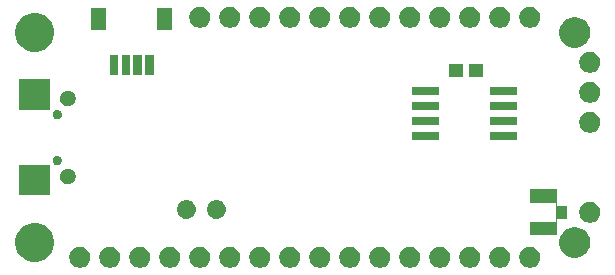
<source format=gbs>
G04 #@! TF.GenerationSoftware,KiCad,Pcbnew,5.0.2-bee76a0~70~ubuntu18.04.1*
G04 #@! TF.CreationDate,2019-01-10T21:18:08-06:00*
G04 #@! TF.ProjectId,Adafruit Feather M0 RFMxx,41646166-7275-4697-9420-466561746865,rev?*
G04 #@! TF.SameCoordinates,Original*
G04 #@! TF.FileFunction,Soldermask,Bot*
G04 #@! TF.FilePolarity,Negative*
%FSLAX46Y46*%
G04 Gerber Fmt 4.6, Leading zero omitted, Abs format (unit mm)*
G04 Created by KiCad (PCBNEW 5.0.2-bee76a0~70~ubuntu18.04.1) date Thu 10 Jan 2019 09:18:08 PM CST*
%MOMM*%
%LPD*%
G01*
G04 APERTURE LIST*
%ADD10C,0.100000*%
G04 APERTURE END LIST*
D10*
G36*
X139870412Y-114308764D02*
X140032198Y-114375778D01*
X140177807Y-114473071D01*
X140301629Y-114596893D01*
X140398922Y-114742502D01*
X140465936Y-114904288D01*
X140500100Y-115076041D01*
X140500100Y-115251159D01*
X140465936Y-115422912D01*
X140398922Y-115584698D01*
X140301629Y-115730307D01*
X140177807Y-115854129D01*
X140032198Y-115951422D01*
X139870412Y-116018436D01*
X139698659Y-116052600D01*
X139523541Y-116052600D01*
X139351788Y-116018436D01*
X139190002Y-115951422D01*
X139044393Y-115854129D01*
X138920571Y-115730307D01*
X138823278Y-115584698D01*
X138756264Y-115422912D01*
X138722100Y-115251159D01*
X138722100Y-115076041D01*
X138756264Y-114904288D01*
X138823278Y-114742502D01*
X138920571Y-114596893D01*
X139044393Y-114473071D01*
X139190002Y-114375778D01*
X139351788Y-114308764D01*
X139523541Y-114274600D01*
X139698659Y-114274600D01*
X139870412Y-114308764D01*
X139870412Y-114308764D01*
G37*
G36*
X150030412Y-114308764D02*
X150192198Y-114375778D01*
X150337807Y-114473071D01*
X150461629Y-114596893D01*
X150558922Y-114742502D01*
X150625936Y-114904288D01*
X150660100Y-115076041D01*
X150660100Y-115251159D01*
X150625936Y-115422912D01*
X150558922Y-115584698D01*
X150461629Y-115730307D01*
X150337807Y-115854129D01*
X150192198Y-115951422D01*
X150030412Y-116018436D01*
X149858659Y-116052600D01*
X149683541Y-116052600D01*
X149511788Y-116018436D01*
X149350002Y-115951422D01*
X149204393Y-115854129D01*
X149080571Y-115730307D01*
X148983278Y-115584698D01*
X148916264Y-115422912D01*
X148882100Y-115251159D01*
X148882100Y-115076041D01*
X148916264Y-114904288D01*
X148983278Y-114742502D01*
X149080571Y-114596893D01*
X149204393Y-114473071D01*
X149350002Y-114375778D01*
X149511788Y-114308764D01*
X149683541Y-114274600D01*
X149858659Y-114274600D01*
X150030412Y-114308764D01*
X150030412Y-114308764D01*
G37*
G36*
X137330412Y-114308764D02*
X137492198Y-114375778D01*
X137637807Y-114473071D01*
X137761629Y-114596893D01*
X137858922Y-114742502D01*
X137925936Y-114904288D01*
X137960100Y-115076041D01*
X137960100Y-115251159D01*
X137925936Y-115422912D01*
X137858922Y-115584698D01*
X137761629Y-115730307D01*
X137637807Y-115854129D01*
X137492198Y-115951422D01*
X137330412Y-116018436D01*
X137158659Y-116052600D01*
X136983541Y-116052600D01*
X136811788Y-116018436D01*
X136650002Y-115951422D01*
X136504393Y-115854129D01*
X136380571Y-115730307D01*
X136283278Y-115584698D01*
X136216264Y-115422912D01*
X136182100Y-115251159D01*
X136182100Y-115076041D01*
X136216264Y-114904288D01*
X136283278Y-114742502D01*
X136380571Y-114596893D01*
X136504393Y-114473071D01*
X136650002Y-114375778D01*
X136811788Y-114308764D01*
X136983541Y-114274600D01*
X137158659Y-114274600D01*
X137330412Y-114308764D01*
X137330412Y-114308764D01*
G37*
G36*
X134790412Y-114308764D02*
X134952198Y-114375778D01*
X135097807Y-114473071D01*
X135221629Y-114596893D01*
X135318922Y-114742502D01*
X135385936Y-114904288D01*
X135420100Y-115076041D01*
X135420100Y-115251159D01*
X135385936Y-115422912D01*
X135318922Y-115584698D01*
X135221629Y-115730307D01*
X135097807Y-115854129D01*
X134952198Y-115951422D01*
X134790412Y-116018436D01*
X134618659Y-116052600D01*
X134443541Y-116052600D01*
X134271788Y-116018436D01*
X134110002Y-115951422D01*
X133964393Y-115854129D01*
X133840571Y-115730307D01*
X133743278Y-115584698D01*
X133676264Y-115422912D01*
X133642100Y-115251159D01*
X133642100Y-115076041D01*
X133676264Y-114904288D01*
X133743278Y-114742502D01*
X133840571Y-114596893D01*
X133964393Y-114473071D01*
X134110002Y-114375778D01*
X134271788Y-114308764D01*
X134443541Y-114274600D01*
X134618659Y-114274600D01*
X134790412Y-114308764D01*
X134790412Y-114308764D01*
G37*
G36*
X132250412Y-114308764D02*
X132412198Y-114375778D01*
X132557807Y-114473071D01*
X132681629Y-114596893D01*
X132778922Y-114742502D01*
X132845936Y-114904288D01*
X132880100Y-115076041D01*
X132880100Y-115251159D01*
X132845936Y-115422912D01*
X132778922Y-115584698D01*
X132681629Y-115730307D01*
X132557807Y-115854129D01*
X132412198Y-115951422D01*
X132250412Y-116018436D01*
X132078659Y-116052600D01*
X131903541Y-116052600D01*
X131731788Y-116018436D01*
X131570002Y-115951422D01*
X131424393Y-115854129D01*
X131300571Y-115730307D01*
X131203278Y-115584698D01*
X131136264Y-115422912D01*
X131102100Y-115251159D01*
X131102100Y-115076041D01*
X131136264Y-114904288D01*
X131203278Y-114742502D01*
X131300571Y-114596893D01*
X131424393Y-114473071D01*
X131570002Y-114375778D01*
X131731788Y-114308764D01*
X131903541Y-114274600D01*
X132078659Y-114274600D01*
X132250412Y-114308764D01*
X132250412Y-114308764D01*
G37*
G36*
X129710412Y-114308764D02*
X129872198Y-114375778D01*
X130017807Y-114473071D01*
X130141629Y-114596893D01*
X130238922Y-114742502D01*
X130305936Y-114904288D01*
X130340100Y-115076041D01*
X130340100Y-115251159D01*
X130305936Y-115422912D01*
X130238922Y-115584698D01*
X130141629Y-115730307D01*
X130017807Y-115854129D01*
X129872198Y-115951422D01*
X129710412Y-116018436D01*
X129538659Y-116052600D01*
X129363541Y-116052600D01*
X129191788Y-116018436D01*
X129030002Y-115951422D01*
X128884393Y-115854129D01*
X128760571Y-115730307D01*
X128663278Y-115584698D01*
X128596264Y-115422912D01*
X128562100Y-115251159D01*
X128562100Y-115076041D01*
X128596264Y-114904288D01*
X128663278Y-114742502D01*
X128760571Y-114596893D01*
X128884393Y-114473071D01*
X129030002Y-114375778D01*
X129191788Y-114308764D01*
X129363541Y-114274600D01*
X129538659Y-114274600D01*
X129710412Y-114308764D01*
X129710412Y-114308764D01*
G37*
G36*
X142410412Y-114308764D02*
X142572198Y-114375778D01*
X142717807Y-114473071D01*
X142841629Y-114596893D01*
X142938922Y-114742502D01*
X143005936Y-114904288D01*
X143040100Y-115076041D01*
X143040100Y-115251159D01*
X143005936Y-115422912D01*
X142938922Y-115584698D01*
X142841629Y-115730307D01*
X142717807Y-115854129D01*
X142572198Y-115951422D01*
X142410412Y-116018436D01*
X142238659Y-116052600D01*
X142063541Y-116052600D01*
X141891788Y-116018436D01*
X141730002Y-115951422D01*
X141584393Y-115854129D01*
X141460571Y-115730307D01*
X141363278Y-115584698D01*
X141296264Y-115422912D01*
X141262100Y-115251159D01*
X141262100Y-115076041D01*
X141296264Y-114904288D01*
X141363278Y-114742502D01*
X141460571Y-114596893D01*
X141584393Y-114473071D01*
X141730002Y-114375778D01*
X141891788Y-114308764D01*
X142063541Y-114274600D01*
X142238659Y-114274600D01*
X142410412Y-114308764D01*
X142410412Y-114308764D01*
G37*
G36*
X144950412Y-114308764D02*
X145112198Y-114375778D01*
X145257807Y-114473071D01*
X145381629Y-114596893D01*
X145478922Y-114742502D01*
X145545936Y-114904288D01*
X145580100Y-115076041D01*
X145580100Y-115251159D01*
X145545936Y-115422912D01*
X145478922Y-115584698D01*
X145381629Y-115730307D01*
X145257807Y-115854129D01*
X145112198Y-115951422D01*
X144950412Y-116018436D01*
X144778659Y-116052600D01*
X144603541Y-116052600D01*
X144431788Y-116018436D01*
X144270002Y-115951422D01*
X144124393Y-115854129D01*
X144000571Y-115730307D01*
X143903278Y-115584698D01*
X143836264Y-115422912D01*
X143802100Y-115251159D01*
X143802100Y-115076041D01*
X143836264Y-114904288D01*
X143903278Y-114742502D01*
X144000571Y-114596893D01*
X144124393Y-114473071D01*
X144270002Y-114375778D01*
X144431788Y-114308764D01*
X144603541Y-114274600D01*
X144778659Y-114274600D01*
X144950412Y-114308764D01*
X144950412Y-114308764D01*
G37*
G36*
X152570412Y-114308764D02*
X152732198Y-114375778D01*
X152877807Y-114473071D01*
X153001629Y-114596893D01*
X153098922Y-114742502D01*
X153165936Y-114904288D01*
X153200100Y-115076041D01*
X153200100Y-115251159D01*
X153165936Y-115422912D01*
X153098922Y-115584698D01*
X153001629Y-115730307D01*
X152877807Y-115854129D01*
X152732198Y-115951422D01*
X152570412Y-116018436D01*
X152398659Y-116052600D01*
X152223541Y-116052600D01*
X152051788Y-116018436D01*
X151890002Y-115951422D01*
X151744393Y-115854129D01*
X151620571Y-115730307D01*
X151523278Y-115584698D01*
X151456264Y-115422912D01*
X151422100Y-115251159D01*
X151422100Y-115076041D01*
X151456264Y-114904288D01*
X151523278Y-114742502D01*
X151620571Y-114596893D01*
X151744393Y-114473071D01*
X151890002Y-114375778D01*
X152051788Y-114308764D01*
X152223541Y-114274600D01*
X152398659Y-114274600D01*
X152570412Y-114308764D01*
X152570412Y-114308764D01*
G37*
G36*
X167810412Y-114308764D02*
X167972198Y-114375778D01*
X168117807Y-114473071D01*
X168241629Y-114596893D01*
X168338922Y-114742502D01*
X168405936Y-114904288D01*
X168440100Y-115076041D01*
X168440100Y-115251159D01*
X168405936Y-115422912D01*
X168338922Y-115584698D01*
X168241629Y-115730307D01*
X168117807Y-115854129D01*
X167972198Y-115951422D01*
X167810412Y-116018436D01*
X167638659Y-116052600D01*
X167463541Y-116052600D01*
X167291788Y-116018436D01*
X167130002Y-115951422D01*
X166984393Y-115854129D01*
X166860571Y-115730307D01*
X166763278Y-115584698D01*
X166696264Y-115422912D01*
X166662100Y-115251159D01*
X166662100Y-115076041D01*
X166696264Y-114904288D01*
X166763278Y-114742502D01*
X166860571Y-114596893D01*
X166984393Y-114473071D01*
X167130002Y-114375778D01*
X167291788Y-114308764D01*
X167463541Y-114274600D01*
X167638659Y-114274600D01*
X167810412Y-114308764D01*
X167810412Y-114308764D01*
G37*
G36*
X165270412Y-114308764D02*
X165432198Y-114375778D01*
X165577807Y-114473071D01*
X165701629Y-114596893D01*
X165798922Y-114742502D01*
X165865936Y-114904288D01*
X165900100Y-115076041D01*
X165900100Y-115251159D01*
X165865936Y-115422912D01*
X165798922Y-115584698D01*
X165701629Y-115730307D01*
X165577807Y-115854129D01*
X165432198Y-115951422D01*
X165270412Y-116018436D01*
X165098659Y-116052600D01*
X164923541Y-116052600D01*
X164751788Y-116018436D01*
X164590002Y-115951422D01*
X164444393Y-115854129D01*
X164320571Y-115730307D01*
X164223278Y-115584698D01*
X164156264Y-115422912D01*
X164122100Y-115251159D01*
X164122100Y-115076041D01*
X164156264Y-114904288D01*
X164223278Y-114742502D01*
X164320571Y-114596893D01*
X164444393Y-114473071D01*
X164590002Y-114375778D01*
X164751788Y-114308764D01*
X164923541Y-114274600D01*
X165098659Y-114274600D01*
X165270412Y-114308764D01*
X165270412Y-114308764D01*
G37*
G36*
X162730412Y-114308764D02*
X162892198Y-114375778D01*
X163037807Y-114473071D01*
X163161629Y-114596893D01*
X163258922Y-114742502D01*
X163325936Y-114904288D01*
X163360100Y-115076041D01*
X163360100Y-115251159D01*
X163325936Y-115422912D01*
X163258922Y-115584698D01*
X163161629Y-115730307D01*
X163037807Y-115854129D01*
X162892198Y-115951422D01*
X162730412Y-116018436D01*
X162558659Y-116052600D01*
X162383541Y-116052600D01*
X162211788Y-116018436D01*
X162050002Y-115951422D01*
X161904393Y-115854129D01*
X161780571Y-115730307D01*
X161683278Y-115584698D01*
X161616264Y-115422912D01*
X161582100Y-115251159D01*
X161582100Y-115076041D01*
X161616264Y-114904288D01*
X161683278Y-114742502D01*
X161780571Y-114596893D01*
X161904393Y-114473071D01*
X162050002Y-114375778D01*
X162211788Y-114308764D01*
X162383541Y-114274600D01*
X162558659Y-114274600D01*
X162730412Y-114308764D01*
X162730412Y-114308764D01*
G37*
G36*
X157650412Y-114308764D02*
X157812198Y-114375778D01*
X157957807Y-114473071D01*
X158081629Y-114596893D01*
X158178922Y-114742502D01*
X158245936Y-114904288D01*
X158280100Y-115076041D01*
X158280100Y-115251159D01*
X158245936Y-115422912D01*
X158178922Y-115584698D01*
X158081629Y-115730307D01*
X157957807Y-115854129D01*
X157812198Y-115951422D01*
X157650412Y-116018436D01*
X157478659Y-116052600D01*
X157303541Y-116052600D01*
X157131788Y-116018436D01*
X156970002Y-115951422D01*
X156824393Y-115854129D01*
X156700571Y-115730307D01*
X156603278Y-115584698D01*
X156536264Y-115422912D01*
X156502100Y-115251159D01*
X156502100Y-115076041D01*
X156536264Y-114904288D01*
X156603278Y-114742502D01*
X156700571Y-114596893D01*
X156824393Y-114473071D01*
X156970002Y-114375778D01*
X157131788Y-114308764D01*
X157303541Y-114274600D01*
X157478659Y-114274600D01*
X157650412Y-114308764D01*
X157650412Y-114308764D01*
G37*
G36*
X147490412Y-114308764D02*
X147652198Y-114375778D01*
X147797807Y-114473071D01*
X147921629Y-114596893D01*
X148018922Y-114742502D01*
X148085936Y-114904288D01*
X148120100Y-115076041D01*
X148120100Y-115251159D01*
X148085936Y-115422912D01*
X148018922Y-115584698D01*
X147921629Y-115730307D01*
X147797807Y-115854129D01*
X147652198Y-115951422D01*
X147490412Y-116018436D01*
X147318659Y-116052600D01*
X147143541Y-116052600D01*
X146971788Y-116018436D01*
X146810002Y-115951422D01*
X146664393Y-115854129D01*
X146540571Y-115730307D01*
X146443278Y-115584698D01*
X146376264Y-115422912D01*
X146342100Y-115251159D01*
X146342100Y-115076041D01*
X146376264Y-114904288D01*
X146443278Y-114742502D01*
X146540571Y-114596893D01*
X146664393Y-114473071D01*
X146810002Y-114375778D01*
X146971788Y-114308764D01*
X147143541Y-114274600D01*
X147318659Y-114274600D01*
X147490412Y-114308764D01*
X147490412Y-114308764D01*
G37*
G36*
X160190412Y-114308764D02*
X160352198Y-114375778D01*
X160497807Y-114473071D01*
X160621629Y-114596893D01*
X160718922Y-114742502D01*
X160785936Y-114904288D01*
X160820100Y-115076041D01*
X160820100Y-115251159D01*
X160785936Y-115422912D01*
X160718922Y-115584698D01*
X160621629Y-115730307D01*
X160497807Y-115854129D01*
X160352198Y-115951422D01*
X160190412Y-116018436D01*
X160018659Y-116052600D01*
X159843541Y-116052600D01*
X159671788Y-116018436D01*
X159510002Y-115951422D01*
X159364393Y-115854129D01*
X159240571Y-115730307D01*
X159143278Y-115584698D01*
X159076264Y-115422912D01*
X159042100Y-115251159D01*
X159042100Y-115076041D01*
X159076264Y-114904288D01*
X159143278Y-114742502D01*
X159240571Y-114596893D01*
X159364393Y-114473071D01*
X159510002Y-114375778D01*
X159671788Y-114308764D01*
X159843541Y-114274600D01*
X160018659Y-114274600D01*
X160190412Y-114308764D01*
X160190412Y-114308764D01*
G37*
G36*
X155110412Y-114308764D02*
X155272198Y-114375778D01*
X155417807Y-114473071D01*
X155541629Y-114596893D01*
X155638922Y-114742502D01*
X155705936Y-114904288D01*
X155740100Y-115076041D01*
X155740100Y-115251159D01*
X155705936Y-115422912D01*
X155638922Y-115584698D01*
X155541629Y-115730307D01*
X155417807Y-115854129D01*
X155272198Y-115951422D01*
X155110412Y-116018436D01*
X154938659Y-116052600D01*
X154763541Y-116052600D01*
X154591788Y-116018436D01*
X154430002Y-115951422D01*
X154284393Y-115854129D01*
X154160571Y-115730307D01*
X154063278Y-115584698D01*
X153996264Y-115422912D01*
X153962100Y-115251159D01*
X153962100Y-115076041D01*
X153996264Y-114904288D01*
X154063278Y-114742502D01*
X154160571Y-114596893D01*
X154284393Y-114473071D01*
X154430002Y-114375778D01*
X154591788Y-114308764D01*
X154763541Y-114274600D01*
X154938659Y-114274600D01*
X155110412Y-114308764D01*
X155110412Y-114308764D01*
G37*
G36*
X125883423Y-112258660D02*
X126122621Y-112306239D01*
X126423047Y-112430680D01*
X126693424Y-112611340D01*
X126923360Y-112841276D01*
X127104020Y-113111653D01*
X127228461Y-113412079D01*
X127291900Y-113731010D01*
X127291900Y-114056190D01*
X127228461Y-114375121D01*
X127104020Y-114675547D01*
X126923360Y-114945924D01*
X126693424Y-115175860D01*
X126423047Y-115356520D01*
X126122621Y-115480961D01*
X125883423Y-115528540D01*
X125803691Y-115544400D01*
X125478509Y-115544400D01*
X125398777Y-115528540D01*
X125159579Y-115480961D01*
X124859153Y-115356520D01*
X124588776Y-115175860D01*
X124358840Y-114945924D01*
X124178180Y-114675547D01*
X124053739Y-114375121D01*
X123990300Y-114056190D01*
X123990300Y-113731010D01*
X124053739Y-113412079D01*
X124178180Y-113111653D01*
X124358840Y-112841276D01*
X124588776Y-112611340D01*
X124859153Y-112430680D01*
X125159579Y-112306239D01*
X125398777Y-112258660D01*
X125478509Y-112242800D01*
X125803691Y-112242800D01*
X125883423Y-112258660D01*
X125883423Y-112258660D01*
G37*
G36*
X171740529Y-112642789D02*
X171977259Y-112740845D01*
X172190315Y-112883205D01*
X172371495Y-113064385D01*
X172513855Y-113277441D01*
X172611911Y-113514171D01*
X172661900Y-113765481D01*
X172661900Y-114021719D01*
X172611911Y-114273029D01*
X172513855Y-114509759D01*
X172371495Y-114722815D01*
X172190315Y-114903995D01*
X171977259Y-115046355D01*
X171740529Y-115144411D01*
X171489219Y-115194400D01*
X171232981Y-115194400D01*
X170981671Y-115144411D01*
X170744941Y-115046355D01*
X170531885Y-114903995D01*
X170350705Y-114722815D01*
X170208345Y-114509759D01*
X170110289Y-114273029D01*
X170060300Y-114021719D01*
X170060300Y-113765481D01*
X170110289Y-113514171D01*
X170208345Y-113277441D01*
X170350705Y-113064385D01*
X170531885Y-112883205D01*
X170744941Y-112740845D01*
X170981671Y-112642789D01*
X171232981Y-112592800D01*
X171489219Y-112592800D01*
X171740529Y-112642789D01*
X171740529Y-112642789D01*
G37*
G36*
X169844900Y-110677800D02*
X169847302Y-110702186D01*
X169854415Y-110725635D01*
X169865966Y-110747246D01*
X169881512Y-110766188D01*
X169900454Y-110781734D01*
X169922065Y-110793285D01*
X169945514Y-110800398D01*
X169969900Y-110802800D01*
X170669900Y-110802800D01*
X170669900Y-111904400D01*
X169969900Y-111904400D01*
X169945514Y-111906802D01*
X169922065Y-111913915D01*
X169900454Y-111925466D01*
X169881512Y-111941012D01*
X169865966Y-111959954D01*
X169854415Y-111981565D01*
X169847302Y-112005014D01*
X169844900Y-112029400D01*
X169844900Y-113304400D01*
X167543300Y-113304400D01*
X167543300Y-112152800D01*
X169643300Y-112152800D01*
X169667686Y-112150398D01*
X169691135Y-112143285D01*
X169712746Y-112131734D01*
X169731688Y-112116188D01*
X169747234Y-112097246D01*
X169758785Y-112075635D01*
X169765898Y-112052186D01*
X169768300Y-112027800D01*
X169768300Y-110679400D01*
X169765898Y-110655014D01*
X169758785Y-110631565D01*
X169747234Y-110609954D01*
X169731688Y-110591012D01*
X169712746Y-110575466D01*
X169691135Y-110563915D01*
X169667686Y-110556802D01*
X169643300Y-110554400D01*
X167543300Y-110554400D01*
X167543300Y-109402800D01*
X169844900Y-109402800D01*
X169844900Y-110677800D01*
X169844900Y-110677800D01*
G37*
G36*
X172890412Y-110498764D02*
X173052198Y-110565778D01*
X173197807Y-110663071D01*
X173321629Y-110786893D01*
X173418922Y-110932502D01*
X173485936Y-111094288D01*
X173520100Y-111266041D01*
X173520100Y-111441159D01*
X173485936Y-111612912D01*
X173418922Y-111774698D01*
X173321629Y-111920307D01*
X173197807Y-112044129D01*
X173052198Y-112141422D01*
X172890412Y-112208436D01*
X172718659Y-112242600D01*
X172543541Y-112242600D01*
X172371788Y-112208436D01*
X172210002Y-112141422D01*
X172064393Y-112044129D01*
X171940571Y-111920307D01*
X171843278Y-111774698D01*
X171776264Y-111612912D01*
X171742100Y-111441159D01*
X171742100Y-111266041D01*
X171776264Y-111094288D01*
X171843278Y-110932502D01*
X171940571Y-110786893D01*
X172064393Y-110663071D01*
X172210002Y-110565778D01*
X172371788Y-110498764D01*
X172543541Y-110464600D01*
X172718659Y-110464600D01*
X172890412Y-110498764D01*
X172890412Y-110498764D01*
G37*
G36*
X138624329Y-110314186D02*
X138774554Y-110359756D01*
X138913002Y-110433758D01*
X139034352Y-110533348D01*
X139133942Y-110654698D01*
X139207944Y-110793146D01*
X139253514Y-110943371D01*
X139268901Y-111099599D01*
X139268901Y-111099601D01*
X139253514Y-111255829D01*
X139207944Y-111406054D01*
X139133942Y-111544502D01*
X139034352Y-111665852D01*
X138913002Y-111765442D01*
X138774554Y-111839444D01*
X138624329Y-111885014D01*
X138468101Y-111900401D01*
X138468099Y-111900401D01*
X138311871Y-111885014D01*
X138161646Y-111839444D01*
X138023198Y-111765442D01*
X137901848Y-111665852D01*
X137802258Y-111544502D01*
X137728256Y-111406054D01*
X137682686Y-111255829D01*
X137667299Y-111099601D01*
X137667299Y-111099599D01*
X137682686Y-110943371D01*
X137728256Y-110793146D01*
X137802258Y-110654698D01*
X137901848Y-110533348D01*
X138023198Y-110433758D01*
X138161646Y-110359756D01*
X138311871Y-110314186D01*
X138468099Y-110298799D01*
X138468101Y-110298799D01*
X138624329Y-110314186D01*
X138624329Y-110314186D01*
G37*
G36*
X141164329Y-110314186D02*
X141314554Y-110359756D01*
X141453002Y-110433758D01*
X141574352Y-110533348D01*
X141673942Y-110654698D01*
X141747944Y-110793146D01*
X141793514Y-110943371D01*
X141808901Y-111099599D01*
X141808901Y-111099601D01*
X141793514Y-111255829D01*
X141747944Y-111406054D01*
X141673942Y-111544502D01*
X141574352Y-111665852D01*
X141453002Y-111765442D01*
X141314554Y-111839444D01*
X141164329Y-111885014D01*
X141008101Y-111900401D01*
X141008099Y-111900401D01*
X140851871Y-111885014D01*
X140701646Y-111839444D01*
X140563198Y-111765442D01*
X140441848Y-111665852D01*
X140342258Y-111544502D01*
X140268256Y-111406054D01*
X140222686Y-111255829D01*
X140207299Y-111099601D01*
X140207299Y-111099599D01*
X140222686Y-110943371D01*
X140268256Y-110793146D01*
X140342258Y-110654698D01*
X140441848Y-110533348D01*
X140563198Y-110433758D01*
X140701646Y-110359756D01*
X140851871Y-110314186D01*
X141008099Y-110298799D01*
X141008101Y-110298799D01*
X141164329Y-110314186D01*
X141164329Y-110314186D01*
G37*
G36*
X126946900Y-109904400D02*
X124345300Y-109904400D01*
X124345300Y-107302800D01*
X126946900Y-107302800D01*
X126946900Y-109904400D01*
X126946900Y-109904400D01*
G37*
G36*
X128635929Y-107677809D02*
X128635932Y-107677810D01*
X128635931Y-107677810D01*
X128754369Y-107726868D01*
X128754370Y-107726869D01*
X128860964Y-107798093D01*
X128951607Y-107888736D01*
X128951609Y-107888739D01*
X129022832Y-107995331D01*
X129060776Y-108086938D01*
X129071891Y-108113771D01*
X129096900Y-108239500D01*
X129096900Y-108367700D01*
X129071891Y-108493429D01*
X129071890Y-108493431D01*
X129022832Y-108611869D01*
X129022831Y-108611870D01*
X128951607Y-108718464D01*
X128860964Y-108809107D01*
X128860961Y-108809109D01*
X128754369Y-108880332D01*
X128662762Y-108918276D01*
X128635929Y-108929391D01*
X128510200Y-108954400D01*
X128382000Y-108954400D01*
X128256271Y-108929391D01*
X128229438Y-108918276D01*
X128137831Y-108880332D01*
X128031239Y-108809109D01*
X128031236Y-108809107D01*
X127940593Y-108718464D01*
X127869369Y-108611870D01*
X127869368Y-108611869D01*
X127820310Y-108493431D01*
X127820309Y-108493429D01*
X127795300Y-108367700D01*
X127795300Y-108239500D01*
X127820309Y-108113771D01*
X127831424Y-108086938D01*
X127869368Y-107995331D01*
X127940591Y-107888739D01*
X127940593Y-107888736D01*
X128031236Y-107798093D01*
X128137830Y-107726869D01*
X128137831Y-107726868D01*
X128256269Y-107677810D01*
X128256268Y-107677810D01*
X128256271Y-107677809D01*
X128382000Y-107652800D01*
X128510200Y-107652800D01*
X128635929Y-107677809D01*
X128635929Y-107677809D01*
G37*
G36*
X127611419Y-106557737D02*
X127663067Y-106568010D01*
X127736045Y-106598239D01*
X127801725Y-106642125D01*
X127857575Y-106697975D01*
X127857577Y-106697978D01*
X127901461Y-106763655D01*
X127931690Y-106836633D01*
X127947100Y-106914105D01*
X127947100Y-106993095D01*
X127931690Y-107070567D01*
X127905903Y-107132822D01*
X127901461Y-107143545D01*
X127857575Y-107209225D01*
X127801725Y-107265075D01*
X127801722Y-107265077D01*
X127736045Y-107308961D01*
X127663067Y-107339190D01*
X127611419Y-107349463D01*
X127585596Y-107354600D01*
X127506604Y-107354600D01*
X127480781Y-107349463D01*
X127429133Y-107339190D01*
X127356155Y-107308961D01*
X127290478Y-107265077D01*
X127290475Y-107265075D01*
X127234625Y-107209225D01*
X127190737Y-107143542D01*
X127187384Y-107135447D01*
X127185981Y-107132822D01*
X127185115Y-107129969D01*
X127160510Y-107070567D01*
X127145100Y-106993095D01*
X127145100Y-106914105D01*
X127160510Y-106836633D01*
X127190739Y-106763655D01*
X127234623Y-106697978D01*
X127234625Y-106697975D01*
X127290475Y-106642125D01*
X127356155Y-106598239D01*
X127429133Y-106568010D01*
X127480781Y-106557737D01*
X127506604Y-106552600D01*
X127585596Y-106552600D01*
X127611419Y-106557737D01*
X127611419Y-106557737D01*
G37*
G36*
X159841978Y-105243211D02*
X157540378Y-105243211D01*
X157540378Y-104541611D01*
X159841978Y-104541611D01*
X159841978Y-105243211D01*
X159841978Y-105243211D01*
G37*
G36*
X166471978Y-105243211D02*
X164170378Y-105243211D01*
X164170378Y-104541611D01*
X166471978Y-104541611D01*
X166471978Y-105243211D01*
X166471978Y-105243211D01*
G37*
G36*
X172890412Y-102878764D02*
X173052198Y-102945778D01*
X173197807Y-103043071D01*
X173321629Y-103166893D01*
X173418922Y-103312502D01*
X173485936Y-103474288D01*
X173520100Y-103646041D01*
X173520100Y-103821159D01*
X173485936Y-103992912D01*
X173418922Y-104154698D01*
X173321629Y-104300307D01*
X173197807Y-104424129D01*
X173052198Y-104521422D01*
X172890412Y-104588436D01*
X172718659Y-104622600D01*
X172543541Y-104622600D01*
X172371788Y-104588436D01*
X172210002Y-104521422D01*
X172064393Y-104424129D01*
X171940571Y-104300307D01*
X171843278Y-104154698D01*
X171776264Y-103992912D01*
X171742100Y-103821159D01*
X171742100Y-103646041D01*
X171776264Y-103474288D01*
X171843278Y-103312502D01*
X171940571Y-103166893D01*
X172064393Y-103043071D01*
X172210002Y-102945778D01*
X172371788Y-102878764D01*
X172543541Y-102844600D01*
X172718659Y-102844600D01*
X172890412Y-102878764D01*
X172890412Y-102878764D01*
G37*
G36*
X159841978Y-103973211D02*
X157540378Y-103973211D01*
X157540378Y-103271611D01*
X159841978Y-103271611D01*
X159841978Y-103973211D01*
X159841978Y-103973211D01*
G37*
G36*
X166471978Y-103973211D02*
X164170378Y-103973211D01*
X164170378Y-103271611D01*
X166471978Y-103271611D01*
X166471978Y-103973211D01*
X166471978Y-103973211D01*
G37*
G36*
X127611419Y-102657737D02*
X127663067Y-102668010D01*
X127736045Y-102698239D01*
X127801725Y-102742125D01*
X127857575Y-102797975D01*
X127857577Y-102797978D01*
X127901461Y-102863655D01*
X127931690Y-102936633D01*
X127947100Y-103014105D01*
X127947100Y-103093095D01*
X127931690Y-103170567D01*
X127901461Y-103243545D01*
X127857575Y-103309225D01*
X127801725Y-103365075D01*
X127801722Y-103365077D01*
X127736045Y-103408961D01*
X127663067Y-103439190D01*
X127611419Y-103449463D01*
X127585596Y-103454600D01*
X127506604Y-103454600D01*
X127480781Y-103449463D01*
X127429133Y-103439190D01*
X127356155Y-103408961D01*
X127290478Y-103365077D01*
X127290475Y-103365075D01*
X127234625Y-103309225D01*
X127190739Y-103243545D01*
X127160510Y-103170567D01*
X127145100Y-103093095D01*
X127145100Y-103014105D01*
X127160510Y-102936633D01*
X127185115Y-102877231D01*
X127185981Y-102874378D01*
X127187384Y-102871753D01*
X127190737Y-102863658D01*
X127234625Y-102797975D01*
X127290475Y-102742125D01*
X127356155Y-102698239D01*
X127429133Y-102668010D01*
X127480781Y-102657737D01*
X127506604Y-102652600D01*
X127585596Y-102652600D01*
X127611419Y-102657737D01*
X127611419Y-102657737D01*
G37*
G36*
X126946900Y-102704400D02*
X124345300Y-102704400D01*
X124345300Y-100102800D01*
X126946900Y-100102800D01*
X126946900Y-102704400D01*
X126946900Y-102704400D01*
G37*
G36*
X166471978Y-102703211D02*
X164170378Y-102703211D01*
X164170378Y-102001611D01*
X166471978Y-102001611D01*
X166471978Y-102703211D01*
X166471978Y-102703211D01*
G37*
G36*
X159841978Y-102703211D02*
X157540378Y-102703211D01*
X157540378Y-102001611D01*
X159841978Y-102001611D01*
X159841978Y-102703211D01*
X159841978Y-102703211D01*
G37*
G36*
X128635929Y-101077809D02*
X128635932Y-101077810D01*
X128635931Y-101077810D01*
X128754369Y-101126868D01*
X128754370Y-101126869D01*
X128860964Y-101198093D01*
X128951607Y-101288736D01*
X128951609Y-101288739D01*
X129022832Y-101395331D01*
X129060776Y-101486938D01*
X129071891Y-101513771D01*
X129096900Y-101639500D01*
X129096900Y-101767700D01*
X129071891Y-101893429D01*
X129071890Y-101893431D01*
X129022832Y-102011869D01*
X128975571Y-102082600D01*
X128951607Y-102118464D01*
X128860964Y-102209107D01*
X128860961Y-102209109D01*
X128754369Y-102280332D01*
X128662762Y-102318276D01*
X128635929Y-102329391D01*
X128510200Y-102354400D01*
X128382000Y-102354400D01*
X128256271Y-102329391D01*
X128229438Y-102318276D01*
X128137831Y-102280332D01*
X128031239Y-102209109D01*
X128031236Y-102209107D01*
X127940593Y-102118464D01*
X127916629Y-102082600D01*
X127869368Y-102011869D01*
X127820310Y-101893431D01*
X127820309Y-101893429D01*
X127795300Y-101767700D01*
X127795300Y-101639500D01*
X127820309Y-101513771D01*
X127831424Y-101486938D01*
X127869368Y-101395331D01*
X127940591Y-101288739D01*
X127940593Y-101288736D01*
X128031236Y-101198093D01*
X128137830Y-101126869D01*
X128137831Y-101126868D01*
X128256269Y-101077810D01*
X128256268Y-101077810D01*
X128256271Y-101077809D01*
X128382000Y-101052800D01*
X128510200Y-101052800D01*
X128635929Y-101077809D01*
X128635929Y-101077809D01*
G37*
G36*
X172890412Y-100338764D02*
X173052198Y-100405778D01*
X173197807Y-100503071D01*
X173321629Y-100626893D01*
X173418922Y-100772502D01*
X173485936Y-100934288D01*
X173520100Y-101106041D01*
X173520100Y-101281159D01*
X173485936Y-101452912D01*
X173418922Y-101614698D01*
X173321629Y-101760307D01*
X173197807Y-101884129D01*
X173052198Y-101981422D01*
X172890412Y-102048436D01*
X172718659Y-102082600D01*
X172543541Y-102082600D01*
X172371788Y-102048436D01*
X172210002Y-101981422D01*
X172064393Y-101884129D01*
X171940571Y-101760307D01*
X171843278Y-101614698D01*
X171776264Y-101452912D01*
X171742100Y-101281159D01*
X171742100Y-101106041D01*
X171776264Y-100934288D01*
X171843278Y-100772502D01*
X171940571Y-100626893D01*
X172064393Y-100503071D01*
X172210002Y-100405778D01*
X172371788Y-100338764D01*
X172543541Y-100304600D01*
X172718659Y-100304600D01*
X172890412Y-100338764D01*
X172890412Y-100338764D01*
G37*
G36*
X159841978Y-101433211D02*
X157540378Y-101433211D01*
X157540378Y-100731611D01*
X159841978Y-100731611D01*
X159841978Y-101433211D01*
X159841978Y-101433211D01*
G37*
G36*
X166471978Y-101433211D02*
X164170378Y-101433211D01*
X164170378Y-100731611D01*
X166471978Y-100731611D01*
X166471978Y-101433211D01*
X166471978Y-101433211D01*
G37*
G36*
X163590800Y-99864800D02*
X162389200Y-99864800D01*
X162389200Y-98763200D01*
X163590800Y-98763200D01*
X163590800Y-99864800D01*
X163590800Y-99864800D01*
G37*
G36*
X161890800Y-99864800D02*
X160689200Y-99864800D01*
X160689200Y-98763200D01*
X161890800Y-98763200D01*
X161890800Y-99864800D01*
X161890800Y-99864800D01*
G37*
G36*
X132703000Y-99697000D02*
X132001000Y-99697000D01*
X132001000Y-98045000D01*
X132703000Y-98045000D01*
X132703000Y-99697000D01*
X132703000Y-99697000D01*
G37*
G36*
X135703000Y-99697000D02*
X135001000Y-99697000D01*
X135001000Y-98045000D01*
X135703000Y-98045000D01*
X135703000Y-99697000D01*
X135703000Y-99697000D01*
G37*
G36*
X134703000Y-99697000D02*
X134001000Y-99697000D01*
X134001000Y-98045000D01*
X134703000Y-98045000D01*
X134703000Y-99697000D01*
X134703000Y-99697000D01*
G37*
G36*
X133703000Y-99697000D02*
X133001000Y-99697000D01*
X133001000Y-98045000D01*
X133703000Y-98045000D01*
X133703000Y-99697000D01*
X133703000Y-99697000D01*
G37*
G36*
X172890412Y-97798764D02*
X173052198Y-97865778D01*
X173197807Y-97963071D01*
X173321629Y-98086893D01*
X173418922Y-98232502D01*
X173485936Y-98394288D01*
X173520100Y-98566041D01*
X173520100Y-98741159D01*
X173485936Y-98912912D01*
X173418922Y-99074698D01*
X173321629Y-99220307D01*
X173197807Y-99344129D01*
X173052198Y-99441422D01*
X172890412Y-99508436D01*
X172718659Y-99542600D01*
X172543541Y-99542600D01*
X172371788Y-99508436D01*
X172210002Y-99441422D01*
X172064393Y-99344129D01*
X171940571Y-99220307D01*
X171843278Y-99074698D01*
X171776264Y-98912912D01*
X171742100Y-98741159D01*
X171742100Y-98566041D01*
X171776264Y-98394288D01*
X171843278Y-98232502D01*
X171940571Y-98086893D01*
X172064393Y-97963071D01*
X172210002Y-97865778D01*
X172371788Y-97798764D01*
X172543541Y-97764600D01*
X172718659Y-97764600D01*
X172890412Y-97798764D01*
X172890412Y-97798764D01*
G37*
G36*
X125883423Y-94478660D02*
X126122621Y-94526239D01*
X126423047Y-94650680D01*
X126693424Y-94831340D01*
X126923360Y-95061276D01*
X127104020Y-95331653D01*
X127228461Y-95632079D01*
X127248768Y-95734171D01*
X127291103Y-95947000D01*
X127291900Y-95951010D01*
X127291900Y-96276190D01*
X127228461Y-96595121D01*
X127104020Y-96895547D01*
X126923360Y-97165924D01*
X126693424Y-97395860D01*
X126423047Y-97576520D01*
X126122621Y-97700961D01*
X125883423Y-97748540D01*
X125803691Y-97764400D01*
X125478509Y-97764400D01*
X125398777Y-97748540D01*
X125159579Y-97700961D01*
X124859153Y-97576520D01*
X124588776Y-97395860D01*
X124358840Y-97165924D01*
X124178180Y-96895547D01*
X124053739Y-96595121D01*
X123990300Y-96276190D01*
X123990300Y-95951010D01*
X123991098Y-95947000D01*
X124033432Y-95734171D01*
X124053739Y-95632079D01*
X124178180Y-95331653D01*
X124358840Y-95061276D01*
X124588776Y-94831340D01*
X124859153Y-94650680D01*
X125159579Y-94526239D01*
X125398777Y-94478660D01*
X125478509Y-94462800D01*
X125803691Y-94462800D01*
X125883423Y-94478660D01*
X125883423Y-94478660D01*
G37*
G36*
X171740529Y-94862789D02*
X171977259Y-94960845D01*
X172190315Y-95103205D01*
X172371495Y-95284385D01*
X172513855Y-95497441D01*
X172611911Y-95734171D01*
X172661900Y-95985481D01*
X172661900Y-96241719D01*
X172611911Y-96493029D01*
X172513855Y-96729759D01*
X172371495Y-96942815D01*
X172190315Y-97123995D01*
X171977259Y-97266355D01*
X171740529Y-97364411D01*
X171489219Y-97414400D01*
X171232981Y-97414400D01*
X170981671Y-97364411D01*
X170744941Y-97266355D01*
X170531885Y-97123995D01*
X170350705Y-96942815D01*
X170208345Y-96729759D01*
X170110289Y-96493029D01*
X170060300Y-96241719D01*
X170060300Y-95985481D01*
X170110289Y-95734171D01*
X170208345Y-95497441D01*
X170350705Y-95284385D01*
X170531885Y-95103205D01*
X170744941Y-94960845D01*
X170981671Y-94862789D01*
X171232981Y-94812800D01*
X171489219Y-94812800D01*
X171740529Y-94862789D01*
X171740529Y-94862789D01*
G37*
G36*
X131703000Y-95947000D02*
X130401000Y-95947000D01*
X130401000Y-94045000D01*
X131703000Y-94045000D01*
X131703000Y-95947000D01*
X131703000Y-95947000D01*
G37*
G36*
X137303000Y-95947000D02*
X136001000Y-95947000D01*
X136001000Y-94045000D01*
X137303000Y-94045000D01*
X137303000Y-95947000D01*
X137303000Y-95947000D01*
G37*
G36*
X162730412Y-93988764D02*
X162892198Y-94055778D01*
X163037807Y-94153071D01*
X163161629Y-94276893D01*
X163258922Y-94422502D01*
X163325936Y-94584288D01*
X163360100Y-94756041D01*
X163360100Y-94931159D01*
X163325936Y-95102912D01*
X163258922Y-95264698D01*
X163161629Y-95410307D01*
X163037807Y-95534129D01*
X162892198Y-95631422D01*
X162730412Y-95698436D01*
X162558659Y-95732600D01*
X162383541Y-95732600D01*
X162211788Y-95698436D01*
X162050002Y-95631422D01*
X161904393Y-95534129D01*
X161780571Y-95410307D01*
X161683278Y-95264698D01*
X161616264Y-95102912D01*
X161582100Y-94931159D01*
X161582100Y-94756041D01*
X161616264Y-94584288D01*
X161683278Y-94422502D01*
X161780571Y-94276893D01*
X161904393Y-94153071D01*
X162050002Y-94055778D01*
X162211788Y-93988764D01*
X162383541Y-93954600D01*
X162558659Y-93954600D01*
X162730412Y-93988764D01*
X162730412Y-93988764D01*
G37*
G36*
X139870412Y-93988764D02*
X140032198Y-94055778D01*
X140177807Y-94153071D01*
X140301629Y-94276893D01*
X140398922Y-94422502D01*
X140465936Y-94584288D01*
X140500100Y-94756041D01*
X140500100Y-94931159D01*
X140465936Y-95102912D01*
X140398922Y-95264698D01*
X140301629Y-95410307D01*
X140177807Y-95534129D01*
X140032198Y-95631422D01*
X139870412Y-95698436D01*
X139698659Y-95732600D01*
X139523541Y-95732600D01*
X139351788Y-95698436D01*
X139190002Y-95631422D01*
X139044393Y-95534129D01*
X138920571Y-95410307D01*
X138823278Y-95264698D01*
X138756264Y-95102912D01*
X138722100Y-94931159D01*
X138722100Y-94756041D01*
X138756264Y-94584288D01*
X138823278Y-94422502D01*
X138920571Y-94276893D01*
X139044393Y-94153071D01*
X139190002Y-94055778D01*
X139351788Y-93988764D01*
X139523541Y-93954600D01*
X139698659Y-93954600D01*
X139870412Y-93988764D01*
X139870412Y-93988764D01*
G37*
G36*
X142410412Y-93988764D02*
X142572198Y-94055778D01*
X142717807Y-94153071D01*
X142841629Y-94276893D01*
X142938922Y-94422502D01*
X143005936Y-94584288D01*
X143040100Y-94756041D01*
X143040100Y-94931159D01*
X143005936Y-95102912D01*
X142938922Y-95264698D01*
X142841629Y-95410307D01*
X142717807Y-95534129D01*
X142572198Y-95631422D01*
X142410412Y-95698436D01*
X142238659Y-95732600D01*
X142063541Y-95732600D01*
X141891788Y-95698436D01*
X141730002Y-95631422D01*
X141584393Y-95534129D01*
X141460571Y-95410307D01*
X141363278Y-95264698D01*
X141296264Y-95102912D01*
X141262100Y-94931159D01*
X141262100Y-94756041D01*
X141296264Y-94584288D01*
X141363278Y-94422502D01*
X141460571Y-94276893D01*
X141584393Y-94153071D01*
X141730002Y-94055778D01*
X141891788Y-93988764D01*
X142063541Y-93954600D01*
X142238659Y-93954600D01*
X142410412Y-93988764D01*
X142410412Y-93988764D01*
G37*
G36*
X144950412Y-93988764D02*
X145112198Y-94055778D01*
X145257807Y-94153071D01*
X145381629Y-94276893D01*
X145478922Y-94422502D01*
X145545936Y-94584288D01*
X145580100Y-94756041D01*
X145580100Y-94931159D01*
X145545936Y-95102912D01*
X145478922Y-95264698D01*
X145381629Y-95410307D01*
X145257807Y-95534129D01*
X145112198Y-95631422D01*
X144950412Y-95698436D01*
X144778659Y-95732600D01*
X144603541Y-95732600D01*
X144431788Y-95698436D01*
X144270002Y-95631422D01*
X144124393Y-95534129D01*
X144000571Y-95410307D01*
X143903278Y-95264698D01*
X143836264Y-95102912D01*
X143802100Y-94931159D01*
X143802100Y-94756041D01*
X143836264Y-94584288D01*
X143903278Y-94422502D01*
X144000571Y-94276893D01*
X144124393Y-94153071D01*
X144270002Y-94055778D01*
X144431788Y-93988764D01*
X144603541Y-93954600D01*
X144778659Y-93954600D01*
X144950412Y-93988764D01*
X144950412Y-93988764D01*
G37*
G36*
X147490412Y-93988764D02*
X147652198Y-94055778D01*
X147797807Y-94153071D01*
X147921629Y-94276893D01*
X148018922Y-94422502D01*
X148085936Y-94584288D01*
X148120100Y-94756041D01*
X148120100Y-94931159D01*
X148085936Y-95102912D01*
X148018922Y-95264698D01*
X147921629Y-95410307D01*
X147797807Y-95534129D01*
X147652198Y-95631422D01*
X147490412Y-95698436D01*
X147318659Y-95732600D01*
X147143541Y-95732600D01*
X146971788Y-95698436D01*
X146810002Y-95631422D01*
X146664393Y-95534129D01*
X146540571Y-95410307D01*
X146443278Y-95264698D01*
X146376264Y-95102912D01*
X146342100Y-94931159D01*
X146342100Y-94756041D01*
X146376264Y-94584288D01*
X146443278Y-94422502D01*
X146540571Y-94276893D01*
X146664393Y-94153071D01*
X146810002Y-94055778D01*
X146971788Y-93988764D01*
X147143541Y-93954600D01*
X147318659Y-93954600D01*
X147490412Y-93988764D01*
X147490412Y-93988764D01*
G37*
G36*
X150030412Y-93988764D02*
X150192198Y-94055778D01*
X150337807Y-94153071D01*
X150461629Y-94276893D01*
X150558922Y-94422502D01*
X150625936Y-94584288D01*
X150660100Y-94756041D01*
X150660100Y-94931159D01*
X150625936Y-95102912D01*
X150558922Y-95264698D01*
X150461629Y-95410307D01*
X150337807Y-95534129D01*
X150192198Y-95631422D01*
X150030412Y-95698436D01*
X149858659Y-95732600D01*
X149683541Y-95732600D01*
X149511788Y-95698436D01*
X149350002Y-95631422D01*
X149204393Y-95534129D01*
X149080571Y-95410307D01*
X148983278Y-95264698D01*
X148916264Y-95102912D01*
X148882100Y-94931159D01*
X148882100Y-94756041D01*
X148916264Y-94584288D01*
X148983278Y-94422502D01*
X149080571Y-94276893D01*
X149204393Y-94153071D01*
X149350002Y-94055778D01*
X149511788Y-93988764D01*
X149683541Y-93954600D01*
X149858659Y-93954600D01*
X150030412Y-93988764D01*
X150030412Y-93988764D01*
G37*
G36*
X152570412Y-93988764D02*
X152732198Y-94055778D01*
X152877807Y-94153071D01*
X153001629Y-94276893D01*
X153098922Y-94422502D01*
X153165936Y-94584288D01*
X153200100Y-94756041D01*
X153200100Y-94931159D01*
X153165936Y-95102912D01*
X153098922Y-95264698D01*
X153001629Y-95410307D01*
X152877807Y-95534129D01*
X152732198Y-95631422D01*
X152570412Y-95698436D01*
X152398659Y-95732600D01*
X152223541Y-95732600D01*
X152051788Y-95698436D01*
X151890002Y-95631422D01*
X151744393Y-95534129D01*
X151620571Y-95410307D01*
X151523278Y-95264698D01*
X151456264Y-95102912D01*
X151422100Y-94931159D01*
X151422100Y-94756041D01*
X151456264Y-94584288D01*
X151523278Y-94422502D01*
X151620571Y-94276893D01*
X151744393Y-94153071D01*
X151890002Y-94055778D01*
X152051788Y-93988764D01*
X152223541Y-93954600D01*
X152398659Y-93954600D01*
X152570412Y-93988764D01*
X152570412Y-93988764D01*
G37*
G36*
X155110412Y-93988764D02*
X155272198Y-94055778D01*
X155417807Y-94153071D01*
X155541629Y-94276893D01*
X155638922Y-94422502D01*
X155705936Y-94584288D01*
X155740100Y-94756041D01*
X155740100Y-94931159D01*
X155705936Y-95102912D01*
X155638922Y-95264698D01*
X155541629Y-95410307D01*
X155417807Y-95534129D01*
X155272198Y-95631422D01*
X155110412Y-95698436D01*
X154938659Y-95732600D01*
X154763541Y-95732600D01*
X154591788Y-95698436D01*
X154430002Y-95631422D01*
X154284393Y-95534129D01*
X154160571Y-95410307D01*
X154063278Y-95264698D01*
X153996264Y-95102912D01*
X153962100Y-94931159D01*
X153962100Y-94756041D01*
X153996264Y-94584288D01*
X154063278Y-94422502D01*
X154160571Y-94276893D01*
X154284393Y-94153071D01*
X154430002Y-94055778D01*
X154591788Y-93988764D01*
X154763541Y-93954600D01*
X154938659Y-93954600D01*
X155110412Y-93988764D01*
X155110412Y-93988764D01*
G37*
G36*
X157650412Y-93988764D02*
X157812198Y-94055778D01*
X157957807Y-94153071D01*
X158081629Y-94276893D01*
X158178922Y-94422502D01*
X158245936Y-94584288D01*
X158280100Y-94756041D01*
X158280100Y-94931159D01*
X158245936Y-95102912D01*
X158178922Y-95264698D01*
X158081629Y-95410307D01*
X157957807Y-95534129D01*
X157812198Y-95631422D01*
X157650412Y-95698436D01*
X157478659Y-95732600D01*
X157303541Y-95732600D01*
X157131788Y-95698436D01*
X156970002Y-95631422D01*
X156824393Y-95534129D01*
X156700571Y-95410307D01*
X156603278Y-95264698D01*
X156536264Y-95102912D01*
X156502100Y-94931159D01*
X156502100Y-94756041D01*
X156536264Y-94584288D01*
X156603278Y-94422502D01*
X156700571Y-94276893D01*
X156824393Y-94153071D01*
X156970002Y-94055778D01*
X157131788Y-93988764D01*
X157303541Y-93954600D01*
X157478659Y-93954600D01*
X157650412Y-93988764D01*
X157650412Y-93988764D01*
G37*
G36*
X160190412Y-93988764D02*
X160352198Y-94055778D01*
X160497807Y-94153071D01*
X160621629Y-94276893D01*
X160718922Y-94422502D01*
X160785936Y-94584288D01*
X160820100Y-94756041D01*
X160820100Y-94931159D01*
X160785936Y-95102912D01*
X160718922Y-95264698D01*
X160621629Y-95410307D01*
X160497807Y-95534129D01*
X160352198Y-95631422D01*
X160190412Y-95698436D01*
X160018659Y-95732600D01*
X159843541Y-95732600D01*
X159671788Y-95698436D01*
X159510002Y-95631422D01*
X159364393Y-95534129D01*
X159240571Y-95410307D01*
X159143278Y-95264698D01*
X159076264Y-95102912D01*
X159042100Y-94931159D01*
X159042100Y-94756041D01*
X159076264Y-94584288D01*
X159143278Y-94422502D01*
X159240571Y-94276893D01*
X159364393Y-94153071D01*
X159510002Y-94055778D01*
X159671788Y-93988764D01*
X159843541Y-93954600D01*
X160018659Y-93954600D01*
X160190412Y-93988764D01*
X160190412Y-93988764D01*
G37*
G36*
X167810412Y-93988764D02*
X167972198Y-94055778D01*
X168117807Y-94153071D01*
X168241629Y-94276893D01*
X168338922Y-94422502D01*
X168405936Y-94584288D01*
X168440100Y-94756041D01*
X168440100Y-94931159D01*
X168405936Y-95102912D01*
X168338922Y-95264698D01*
X168241629Y-95410307D01*
X168117807Y-95534129D01*
X167972198Y-95631422D01*
X167810412Y-95698436D01*
X167638659Y-95732600D01*
X167463541Y-95732600D01*
X167291788Y-95698436D01*
X167130002Y-95631422D01*
X166984393Y-95534129D01*
X166860571Y-95410307D01*
X166763278Y-95264698D01*
X166696264Y-95102912D01*
X166662100Y-94931159D01*
X166662100Y-94756041D01*
X166696264Y-94584288D01*
X166763278Y-94422502D01*
X166860571Y-94276893D01*
X166984393Y-94153071D01*
X167130002Y-94055778D01*
X167291788Y-93988764D01*
X167463541Y-93954600D01*
X167638659Y-93954600D01*
X167810412Y-93988764D01*
X167810412Y-93988764D01*
G37*
G36*
X165270412Y-93988764D02*
X165432198Y-94055778D01*
X165577807Y-94153071D01*
X165701629Y-94276893D01*
X165798922Y-94422502D01*
X165865936Y-94584288D01*
X165900100Y-94756041D01*
X165900100Y-94931159D01*
X165865936Y-95102912D01*
X165798922Y-95264698D01*
X165701629Y-95410307D01*
X165577807Y-95534129D01*
X165432198Y-95631422D01*
X165270412Y-95698436D01*
X165098659Y-95732600D01*
X164923541Y-95732600D01*
X164751788Y-95698436D01*
X164590002Y-95631422D01*
X164444393Y-95534129D01*
X164320571Y-95410307D01*
X164223278Y-95264698D01*
X164156264Y-95102912D01*
X164122100Y-94931159D01*
X164122100Y-94756041D01*
X164156264Y-94584288D01*
X164223278Y-94422502D01*
X164320571Y-94276893D01*
X164444393Y-94153071D01*
X164590002Y-94055778D01*
X164751788Y-93988764D01*
X164923541Y-93954600D01*
X165098659Y-93954600D01*
X165270412Y-93988764D01*
X165270412Y-93988764D01*
G37*
M02*

</source>
